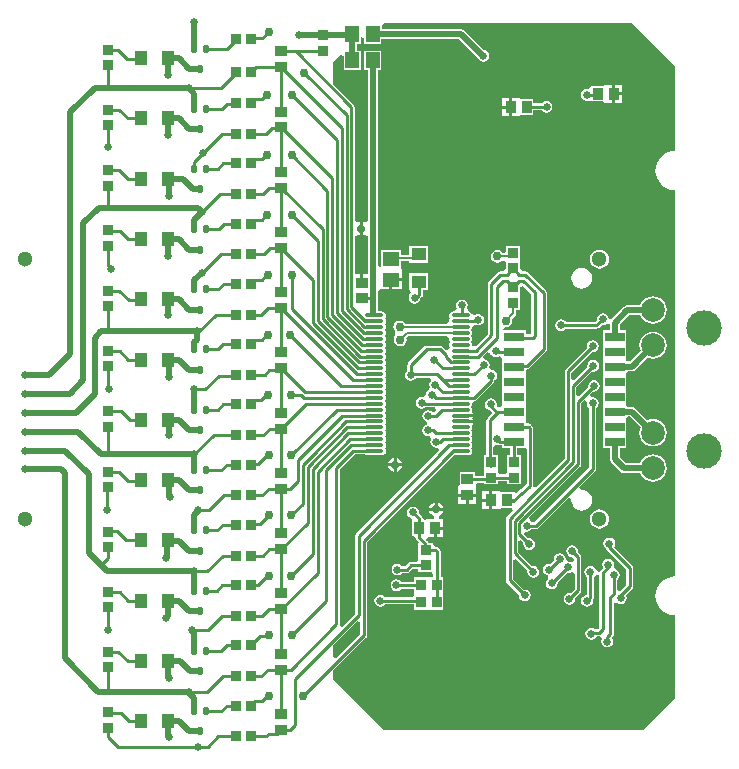
<source format=gtl>
%FSLAX23Y23*%
%MOIN*%
%SFA1B1*%

%IPPOS*%
%AMD17*
4,1,8,0.004900,0.014800,-0.004900,0.014800,-0.009800,0.009800,-0.009800,-0.009800,-0.004900,-0.014800,0.004900,-0.014800,0.009800,-0.009800,0.009800,0.009800,0.004900,0.014800,0.0*
1,1,0.009840,0.004900,0.009800*
1,1,0.009840,-0.004900,0.009800*
1,1,0.009840,-0.004900,-0.009800*
1,1,0.009840,0.004900,-0.009800*
%
%ADD15C,0.010000*%
G04~CAMADD=17~8~0.0~0.0~196.8~295.3~49.2~0.0~15~0.0~0.0~0.0~0.0~0~0.0~0.0~0.0~0.0~0~0.0~0.0~0.0~0.0~196.8~295.3*
%ADD17D17*%
%ADD18R,0.033470X0.037400*%
%ADD19R,0.037400X0.033470*%
%ADD20R,0.045280X0.053150*%
%ADD21R,0.035430X0.039370*%
%ADD22R,0.039370X0.035430*%
%ADD23R,0.053150X0.045280*%
%ADD24R,0.065750X0.029920*%
%ADD25R,0.051180X0.043310*%
%ADD26O,0.062990X0.013390*%
%ADD27R,0.043310X0.051180*%
%ADD43C,0.008000*%
%ADD44C,0.019680*%
%ADD45C,0.051180*%
%ADD46C,0.078740*%
%ADD47C,0.118110*%
%ADD48C,0.027560*%
%ADD49C,0.026810*%
%ADD50C,0.030000*%
%LNbms-1*%
%LPD*%
G36*
X2219Y2498D02*
X2362Y2355D01*
Y2073*
X2349Y2071*
X2337Y2068*
X2325Y2062*
X2315Y2054*
X2307Y2044*
X2301Y2032*
X2298Y2020*
X2296Y2007*
X2298Y1995*
X2301Y1982*
X2307Y1971*
X2315Y1961*
X2325Y1953*
X2337Y1947*
X2349Y1943*
X2362Y1942*
Y655*
X2349Y654*
X2337Y650*
X2325Y644*
X2315Y636*
X2307Y626*
X2301Y615*
X2298Y603*
X2296Y590*
X2298Y577*
X2301Y565*
X2307Y554*
X2315Y544*
X2325Y536*
X2337Y530*
X2349Y526*
X2362Y525*
Y248*
X2257Y143*
X1392*
X1223Y312*
Y342*
X1332Y450*
X1334Y454*
X1335Y458*
Y770*
X1625Y1059*
X1672*
X1677Y1060*
X1681Y1063*
X1684Y1067*
X1685Y1072*
X1684Y1077*
X1681Y1082*
X1684Y1087*
X1685Y1092*
X1684Y1097*
X1681Y1102*
X1684Y1107*
X1685Y1112*
X1684Y1117*
X1681Y1122*
X1684Y1126*
X1685Y1131*
X1684Y1136*
X1681Y1141*
X1684Y1146*
X1685Y1151*
X1684Y1156*
X1684Y1157*
X1684Y1159*
X1688Y1164*
X1688Y1166*
X1647*
Y1176*
X1688*
X1688Y1177*
X1685Y1181*
X1688Y1184*
X1688Y1185*
X1647*
Y1195*
X1688*
X1688Y1197*
X1684Y1202*
X1684Y1205*
X1684Y1205*
X1685Y1210*
X1684Y1215*
X1681Y1220*
X1684Y1225*
X1685Y1230*
X1691Y1238*
X1693Y1239*
X1696Y1239*
X1699Y1242*
X1756Y1299*
X1759Y1302*
X1760Y1307*
Y1308*
X1763Y1310*
X1767Y1317*
X1768Y1324*
X1767Y1332*
X1763Y1338*
X1756Y1343*
X1749Y1344*
X1747Y1346*
X1743Y1353*
X1744Y1359*
X1742Y1366*
X1738Y1373*
X1731Y1377*
X1726Y1378*
X1723Y1385*
X1722Y1388*
X1735Y1401*
X1746Y1398*
X1746Y1397*
X1750Y1391*
X1757Y1387*
X1764Y1385*
X1772Y1387*
X1776Y1389*
X1778Y1389*
X1786Y1383*
Y1375*
Y1335*
Y1333*
Y1325*
Y1323*
Y1285*
Y1283*
Y1275*
Y1273*
Y1235*
Y1233*
Y1225*
X1783Y1220*
X1779Y1218*
X1772Y1218*
X1770Y1220*
X1767Y1224*
X1768Y1228*
X1766Y1235*
X1762Y1242*
X1756Y1246*
X1748Y1248*
X1741Y1246*
X1734Y1242*
X1730Y1235*
X1728Y1228*
X1730Y1220*
X1734Y1214*
X1741Y1210*
X1745Y1209*
X1753Y1200*
X1737Y1184*
X1734Y1180*
X1733Y1176*
Y1058*
X1724*
Y1016*
Y1009*
Y1002*
Y989*
X1696*
Y1002*
X1644*
Y961*
X1640Y952*
Y946*
Y930*
X1670*
X1700*
Y946*
Y952*
X1698Y957*
X1703Y967*
X1724*
Y961*
X1773*
Y973*
X1801*
Y961*
X1850*
Y1002*
Y1009*
Y1016*
Y1058*
X1836*
Y1083*
X1864*
X1867Y1075*
Y961*
X1832Y931*
X1825Y935*
X1784*
X1776Y939*
X1769*
X1753*
Y909*
Y879*
X1769*
X1776*
X1784Y883*
X1817*
X1821Y873*
X1803Y855*
X1800Y851*
X1800Y847*
Y641*
X1800Y637*
X1803Y634*
X1843Y594*
X1842Y591*
X1843Y583*
X1848Y577*
X1854Y572*
X1862Y571*
X1869Y572*
X1876Y577*
X1880Y583*
X1882Y591*
X1880Y598*
X1876Y605*
X1869Y609*
X1862Y610*
X1858Y610*
X1822Y646*
Y708*
X1831Y712*
X1870Y673*
X1869Y670*
X1871Y662*
X1875Y656*
X1881Y652*
X1889Y650*
X1897Y652*
X1903Y656*
X1907Y662*
X1909Y670*
X1907Y677*
X1903Y684*
X1897Y688*
X1889Y690*
X1886Y689*
X1838Y737*
Y771*
X1847Y775*
X1856Y766*
X1856Y763*
X1857Y755*
X1861Y749*
X1868Y744*
X1875Y743*
X1883Y744*
X1889Y749*
X1894Y755*
X1895Y763*
X1894Y770*
X1889Y777*
X1883Y781*
X1875Y782*
X1872Y782*
X1858Y795*
X1863Y804*
X1864Y805*
X1867Y804*
X1875Y805*
X1881Y810*
X1883Y812*
X1898*
X1902Y813*
X1905Y816*
X2007Y917*
X2016Y912*
X2016Y909*
X2017Y900*
X2021Y892*
X2026Y884*
X2033Y879*
X2042Y875*
X2051Y874*
X2060Y875*
X2068Y879*
X2075Y884*
X2081Y892*
X2084Y900*
X2086Y909*
X2084Y918*
X2081Y926*
X2075Y934*
X2068Y939*
X2060Y943*
X2051Y944*
X2047Y943*
X2042Y953*
X2095Y1005*
X2097Y1009*
X2098Y1013*
Y1216*
X2101Y1218*
X2105Y1224*
X2107Y1232*
X2105Y1239*
X2101Y1246*
X2095Y1250*
X2087Y1252*
X2083Y1251*
X2078Y1260*
X2089Y1271*
X2092Y1270*
X2100Y1272*
X2106Y1276*
X2110Y1282*
X2112Y1290*
X2110Y1297*
X2106Y1304*
X2100Y1308*
X2092Y1310*
X2084Y1308*
X2078Y1304*
X2074Y1297*
X2072Y1290*
X2073Y1287*
X2042Y1255*
X2032Y1259*
Y1284*
X2086Y1338*
X2089Y1337*
X2097Y1339*
X2103Y1343*
X2107Y1349*
X2109Y1357*
X2107Y1364*
X2103Y1371*
X2097Y1375*
X2089Y1377*
X2082Y1375*
X2075Y1371*
X2071Y1364*
X2069Y1357*
X2070Y1354*
X2026Y1309*
X2016Y1313*
Y1334*
X2084Y1402*
X2087Y1401*
X2095Y1402*
X2101Y1407*
X2105Y1413*
X2107Y1421*
X2105Y1428*
X2101Y1435*
X2095Y1439*
X2087Y1441*
X2080Y1439*
X2073Y1435*
X2069Y1428*
X2067Y1421*
X2068Y1417*
X1997Y1347*
X1995Y1343*
X1994Y1339*
Y1046*
X1899Y951*
X1899Y951*
X1891Y954*
X1890Y956*
X1890Y956*
Y1148*
X1889Y1152*
X1886Y1156*
X1883Y1159*
X1881Y1162*
X1877Y1164*
X1873Y1165*
X1864Y1167*
Y1173*
Y1175*
Y1183*
Y1185*
Y1223*
Y1225*
Y1233*
Y1235*
Y1273*
Y1275*
Y1283*
Y1285*
Y1323*
Y1325*
Y1333*
Y1336*
X1867Y1345*
X1871Y1346*
X1875Y1349*
X1932Y1406*
X1934Y1410*
X1935Y1414*
Y1599*
X1934Y1603*
X1932Y1607*
X1871Y1668*
X1868Y1670*
X1863Y1671*
X1863*
X1856*
X1846Y1681*
Y1707*
Y1714*
Y1756*
X1797*
Y1737*
X1787Y1734*
X1785Y1736*
X1778Y1741*
X1770Y1742*
X1762Y1741*
X1755Y1736*
X1750Y1729*
X1749Y1721*
X1750Y1713*
X1755Y1706*
X1762Y1701*
X1770Y1700*
X1778Y1701*
X1785Y1706*
X1793Y1705*
X1797Y1702*
Y1681*
X1787Y1671*
X1779*
X1775Y1670*
X1771Y1668*
X1740Y1636*
X1739Y1634*
X1738Y1633*
X1737Y1628*
X1737*
Y1463*
X1698Y1424*
X1688Y1424*
X1685Y1427*
X1684Y1432*
X1681Y1437*
X1684Y1441*
X1685Y1446*
X1684Y1451*
X1681Y1456*
X1684Y1461*
X1685Y1466*
X1684Y1471*
X1681Y1476*
X1684Y1481*
X1685Y1486*
X1693Y1494*
X1694*
X1698Y1492*
X1705Y1491*
X1713Y1492*
X1719Y1496*
X1724Y1503*
X1725Y1510*
X1724Y1518*
X1719Y1524*
X1713Y1529*
X1705Y1530*
X1698Y1529*
X1695Y1527*
X1684Y1530*
X1684Y1530*
X1681Y1534*
X1677Y1537*
X1673Y1538*
X1671Y1541*
X1668Y1548*
X1669Y1550*
X1671Y1558*
X1669Y1565*
X1665Y1572*
X1659Y1576*
X1651Y1577*
X1644Y1576*
X1637Y1572*
X1633Y1565*
X1631Y1558*
X1633Y1550*
X1634Y1548*
X1629Y1538*
X1622*
X1617Y1537*
X1613Y1534*
X1610Y1530*
X1609Y1525*
X1610Y1520*
X1613Y1515*
X1610Y1510*
X1609Y1505*
X1603Y1496*
X1602Y1496*
X1463*
X1460Y1501*
X1453Y1506*
X1444Y1507*
X1436Y1506*
X1429Y1501*
X1425Y1494*
X1423Y1486*
X1425Y1478*
X1429Y1471*
X1430Y1470*
X1430Y1459*
X1426Y1452*
X1424Y1443*
X1426Y1435*
X1430Y1428*
X1437Y1424*
X1445Y1422*
X1454Y1424*
X1461Y1428*
X1465Y1435*
X1467Y1443*
X1466Y1449*
X1472Y1456*
X1602*
X1603Y1455*
X1609Y1446*
X1610Y1441*
X1613Y1437*
X1610Y1432*
X1609Y1427*
X1610Y1422*
X1611Y1420*
X1608Y1412*
X1598Y1409*
X1586Y1421*
X1583Y1423*
X1578Y1424*
X1534*
X1529Y1423*
X1526Y1421*
X1473Y1368*
X1471Y1364*
X1470Y1360*
Y1342*
X1467Y1340*
X1463Y1334*
X1461Y1326*
X1463Y1319*
X1467Y1312*
X1473Y1308*
X1481Y1306*
X1488Y1308*
X1495Y1312*
X1498Y1317*
X1544*
X1547Y1311*
X1548Y1307*
X1544Y1301*
X1543Y1294*
X1544Y1286*
X1543Y1279*
X1537Y1274*
X1532Y1268*
X1531Y1260*
X1531Y1260*
X1529Y1258*
X1522Y1253*
X1518Y1254*
X1510Y1252*
X1504Y1248*
X1499Y1241*
X1498Y1234*
X1499Y1226*
X1504Y1220*
X1510Y1215*
X1518Y1214*
X1525Y1215*
X1530Y1219*
X1562*
X1566Y1209*
X1562Y1203*
X1554Y1203*
X1547Y1207*
X1540Y1209*
X1532Y1207*
X1526Y1203*
X1522Y1197*
X1520Y1189*
X1522Y1181*
X1526Y1175*
X1532Y1171*
X1534Y1170*
Y1160*
X1532Y1160*
X1526Y1156*
X1522Y1149*
X1520Y1142*
X1522Y1134*
X1526Y1128*
X1532Y1123*
X1540Y1122*
X1544Y1123*
X1550Y1114*
X1548Y1110*
X1546Y1103*
X1548Y1095*
X1552Y1089*
X1558Y1085*
X1566Y1083*
X1571Y1084*
X1576Y1078*
X1577Y1076*
X1300Y798*
X1297Y795*
X1296Y790*
X1296*
Y530*
X1251Y485*
X1243Y491*
X1244Y495*
Y1012*
X1294Y1061*
X1329*
X1330Y1060*
X1335Y1059*
X1385*
X1389Y1060*
X1394Y1063*
X1397Y1067*
X1397Y1072*
X1397Y1077*
X1394Y1082*
X1397Y1087*
X1397Y1092*
X1397Y1097*
X1394Y1102*
X1397Y1107*
X1397Y1112*
X1397Y1117*
X1394Y1122*
X1397Y1126*
X1397Y1131*
X1397Y1136*
X1394Y1141*
X1397Y1146*
X1397Y1151*
X1397Y1156*
X1394Y1161*
X1397Y1166*
X1397Y1171*
X1397Y1176*
X1394Y1181*
X1397Y1185*
X1397Y1190*
X1397Y1195*
X1394Y1200*
X1397Y1205*
X1397Y1210*
X1397Y1215*
X1394Y1220*
X1397Y1225*
X1397Y1230*
X1397Y1235*
X1394Y1240*
X1397Y1245*
X1397Y1250*
X1397Y1254*
X1394Y1259*
X1397Y1264*
X1397Y1269*
X1397Y1274*
X1394Y1279*
X1397Y1284*
X1397Y1289*
X1397Y1294*
X1394Y1299*
X1397Y1304*
X1397Y1309*
X1397Y1314*
X1394Y1318*
X1397Y1323*
X1397Y1328*
X1397Y1333*
X1394Y1338*
X1397Y1343*
X1397Y1348*
X1397Y1353*
X1394Y1358*
X1397Y1363*
X1397Y1368*
X1397Y1373*
X1394Y1377*
X1397Y1382*
X1397Y1387*
X1397Y1392*
X1394Y1397*
X1397Y1402*
X1397Y1407*
X1397Y1412*
X1394Y1417*
X1397Y1422*
X1397Y1427*
X1397Y1432*
X1394Y1437*
X1397Y1441*
X1397Y1446*
X1397Y1451*
X1394Y1456*
X1397Y1461*
X1397Y1466*
X1397Y1471*
X1394Y1476*
X1397Y1481*
X1397Y1486*
X1397Y1491*
X1394Y1496*
X1397Y1500*
X1397Y1505*
X1397Y1510*
X1394Y1515*
X1397Y1520*
X1397Y1525*
X1397Y1530*
X1394Y1534*
X1389Y1537*
X1385Y1538*
X1371*
Y1584*
Y1604*
X1378Y1611*
X1381*
X1410*
Y1643*
X1415*
Y1648*
X1451*
Y1675*
Y1676*
X1447Y1684*
Y1686*
Y1706*
X1476*
Y1700*
X1539*
Y1756*
X1476*
Y1726*
X1447*
Y1741*
X1382*
Y1686*
X1381Y1685*
X1375Y1687*
X1371Y1691*
Y2342*
X1383*
Y2407*
X1326*
Y2342*
X1339*
Y1840*
X1329Y1835*
X1326Y1837*
X1321Y1838*
Y1814*
Y1791*
X1326Y1792*
X1329Y1794*
X1339Y1789*
Y1662*
X1322*
Y1634*
X1312*
Y1662*
X1294*
Y1789*
X1304Y1794*
X1307Y1792*
X1311Y1791*
Y1814*
Y1838*
X1307Y1837*
X1304Y1835*
X1294Y1840*
Y2219*
X1293Y2223*
X1291Y2227*
X1223Y2295*
Y2368*
X1248Y2393*
X1257Y2389*
Y2342*
X1315*
Y2407*
X1302*
Y2430*
X1315*
Y2452*
X1316Y2453*
X1326Y2448*
Y2430*
X1383*
Y2446*
X1642*
X1704Y2384*
X1705Y2383*
X1709Y2376*
X1715Y2372*
X1723Y2370*
X1731Y2372*
X1737Y2376*
X1741Y2383*
X1743Y2390*
X1741Y2398*
X1737Y2404*
X1731Y2409*
X1724Y2410*
X1661Y2474*
X1655Y2477*
X1649Y2478*
X1386*
X1384Y2488*
X1392Y2498*
X2219*
G37*
G36*
X1883Y1596D02*
Y1461D01*
X1864*
Y1475*
X1791*
X1790Y1478*
X1796Y1485*
X1797Y1485*
X1805Y1487*
X1812Y1491*
X1817Y1498*
X1818Y1506*
X1817Y1512*
X1829Y1524*
X1831Y1527*
X1832Y1531*
Y1544*
X1846*
Y1589*
Y1595*
Y1619*
X1856Y1623*
X1883Y1596*
G37*
G36*
X1777Y1093D02*
X1786Y1091D01*
Y1083*
X1813*
Y1058*
X1801*
Y1016*
Y1009*
Y1002*
X1794Y995*
X1780*
X1773Y1002*
Y1009*
Y1016*
Y1058*
X1756*
Y1086*
X1766Y1093*
X1769Y1092*
X1775Y1093*
X1777Y1093*
G37*
G36*
X2068Y1236D02*
X2067Y1232D01*
X2069Y1224*
X2073Y1218*
X2076Y1216*
Y1018*
X1893Y835*
X1883*
X1881Y838*
X1879Y839*
X1876Y851*
X2045Y1020*
X2047Y1024*
X2048Y1028*
Y1230*
X2059Y1241*
X2068Y1236*
G37*
G36*
X1312Y501D02*
Y463D01*
X1232Y383*
X1223Y386*
Y425*
X1303Y505*
X1312Y501*
G37*
%LNbms-2*%
%LPC*%
G36*
X2130Y2293D02*
X2122Y2289D01*
X2081*
Y2285*
X2071Y2278*
X2067Y2279*
X2060Y2278*
X2053Y2273*
X2049Y2267*
X2048Y2259*
X2049Y2252*
X2053Y2245*
X2060Y2241*
X2067Y2240*
X2071Y2240*
X2081Y2238*
Y2238*
X2122*
X2130Y2234*
X2137Y2234*
X2153*
Y2263*
Y2293*
X2130*
G37*
G36*
X2163D02*
Y2268D01*
X2186*
Y2293*
X2163*
G37*
G36*
X2186Y2258D02*
X2163D01*
Y2234*
X2186*
Y2258*
G37*
G36*
X1809Y2249D02*
X1786D01*
Y2224*
X1809*
Y2249*
G37*
G36*
X1841D02*
X1835D01*
X1819*
Y2219*
Y2189*
X1835*
X1841*
X1850Y2193*
X1890*
Y2209*
X1918*
X1920Y2206*
X1926Y2202*
X1934Y2200*
X1941Y2202*
X1948Y2206*
X1952Y2212*
X1953Y2220*
X1952Y2228*
X1948Y2234*
X1941Y2238*
X1934Y2240*
X1926Y2238*
X1920Y2234*
X1918Y2231*
X1890*
Y2245*
X1850*
X1841Y2249*
G37*
G36*
X1809Y2214D02*
X1786D01*
Y2189*
X1809*
Y2214*
G37*
G36*
X2110Y1744D02*
X2101Y1743D01*
X2094Y1740*
X2087Y1735*
X2082Y1728*
X2079Y1720*
X2078Y1712*
X2079Y1704*
X2082Y1696*
X2087Y1690*
X2094Y1685*
X2101Y1681*
X2110Y1680*
X2118Y1681*
X2126Y1685*
X2132Y1690*
X2137Y1696*
X2141Y1704*
X2142Y1712*
X2141Y1720*
X2137Y1728*
X2132Y1735*
X2126Y1740*
X2118Y1743*
X2110Y1744*
G37*
G36*
X2051Y1684D02*
X2042Y1683D01*
X2033Y1679*
X2026Y1674*
X2021Y1667*
X2017Y1658*
X2016Y1649*
X2017Y1640*
X2021Y1632*
X2026Y1624*
X2033Y1619*
X2042Y1615*
X2051Y1614*
X2060Y1615*
X2068Y1619*
X2075Y1624*
X2081Y1632*
X2084Y1640*
X2086Y1649*
X2084Y1658*
X2081Y1667*
X2075Y1674*
X2068Y1679*
X2060Y1683*
X2051Y1684*
G37*
G36*
X1451Y1638D02*
X1420D01*
Y1611*
X1451*
Y1638*
G37*
G36*
X1539Y1665D02*
X1476D01*
Y1610*
X1479*
X1482Y1600*
X1480Y1598*
X1476Y1592*
X1474Y1584*
X1476Y1576*
X1480Y1570*
X1486Y1566*
X1494Y1564*
X1502Y1566*
X1508Y1570*
X1512Y1576*
X1513Y1581*
X1518Y1586*
X1521Y1590*
X1522Y1594*
Y1610*
X1539*
Y1665*
G37*
G36*
X2288Y1589D02*
X2277Y1587D01*
X2266Y1582*
X2256Y1575*
X2249Y1566*
X2246Y1559*
X2203*
X2197Y1558*
X2192Y1554*
X2150Y1512*
X2149Y1512*
X2146Y1513*
X2140Y1515*
X2139Y1520*
X2135Y1526*
X2128Y1530*
X2121Y1532*
X2113Y1530*
X2107Y1526*
X2102Y1520*
X2101Y1512*
X2101Y1510*
X2094Y1503*
X1999*
X1997Y1506*
X1990Y1510*
X1983Y1511*
X1975Y1510*
X1969Y1506*
X1964Y1499*
X1963Y1492*
X1964Y1484*
X1969Y1478*
X1975Y1473*
X1983Y1472*
X1990Y1473*
X1997Y1478*
X1999Y1480*
X2100*
X2104Y1481*
X2108Y1484*
X2117Y1493*
X2121Y1492*
X2128Y1494*
X2135Y1498*
X2144Y1495*
Y1475*
X2122*
Y1435*
Y1433*
Y1425*
Y1423*
Y1385*
Y1383*
Y1375*
Y1373*
Y1335*
Y1333*
Y1325*
Y1323*
Y1285*
Y1283*
Y1275*
Y1273*
Y1235*
Y1233*
Y1225*
Y1223*
Y1185*
Y1183*
Y1175*
Y1173*
Y1135*
Y1133*
Y1125*
Y1123*
Y1083*
X2144*
Y1047*
X2146Y1041*
X2149Y1036*
X2181Y1004*
X2186Y1000*
X2192Y999*
X2246*
X2249Y992*
X2256Y983*
X2266Y976*
X2277Y971*
X2288Y969*
X2300Y971*
X2311Y976*
X2321Y983*
X2328Y992*
X2333Y1003*
X2334Y1015*
X2333Y1027*
X2328Y1038*
X2321Y1048*
X2311Y1055*
X2300Y1059*
X2288Y1061*
X2277Y1059*
X2266Y1055*
X2256Y1048*
X2249Y1038*
X2246Y1031*
X2199*
X2177Y1054*
Y1083*
X2199*
Y1123*
Y1125*
Y1133*
Y1135*
Y1173*
Y1175*
Y1183*
X2208Y1188*
X2211*
X2247Y1152*
X2244Y1145*
X2243Y1133*
X2244Y1122*
X2249Y1110*
X2256Y1101*
X2266Y1094*
X2277Y1089*
X2288Y1088*
X2300Y1089*
X2311Y1094*
X2321Y1101*
X2328Y1110*
X2333Y1122*
X2334Y1133*
X2333Y1145*
X2328Y1156*
X2321Y1166*
X2311Y1173*
X2300Y1178*
X2288Y1179*
X2277Y1178*
X2270Y1175*
X2229Y1215*
X2224Y1219*
X2218Y1220*
X2204*
X2199Y1225*
Y1233*
Y1235*
Y1273*
Y1275*
Y1283*
Y1285*
Y1323*
Y1325*
Y1333*
X2208Y1338*
X2218*
X2224Y1339*
X2229Y1343*
X2270Y1383*
X2277Y1381*
X2288Y1379*
X2300Y1381*
X2311Y1385*
X2321Y1392*
X2328Y1402*
X2333Y1413*
X2334Y1425*
X2333Y1437*
X2328Y1448*
X2321Y1457*
X2311Y1464*
X2300Y1469*
X2288Y1470*
X2277Y1469*
X2266Y1464*
X2256Y1457*
X2249Y1448*
X2244Y1437*
X2243Y1425*
X2244Y1413*
X2247Y1406*
X2213Y1372*
X2202*
X2199Y1375*
Y1383*
Y1385*
Y1423*
Y1425*
Y1433*
Y1435*
Y1475*
X2177*
Y1493*
X2210Y1527*
X2246*
X2249Y1520*
X2256Y1510*
X2266Y1503*
X2277Y1499*
X2288Y1497*
X2300Y1499*
X2311Y1503*
X2321Y1510*
X2328Y1520*
X2333Y1531*
X2334Y1543*
X2333Y1555*
X2328Y1566*
X2321Y1575*
X2311Y1582*
X2300Y1587*
X2288Y1589*
G37*
G36*
X1434Y1050D02*
Y1032D01*
X1452*
X1451Y1036*
X1446Y1044*
X1438Y1049*
X1434Y1050*
G37*
G36*
X1424D02*
X1419Y1049D01*
X1412Y1044*
X1406Y1036*
X1406Y1032*
X1424*
Y1050*
G37*
G36*
X1452Y1022D02*
X1434D01*
Y1004*
X1438Y1005*
X1446Y1010*
X1451Y1018*
X1452Y1022*
G37*
G36*
X1424D02*
X1406D01*
X1406Y1018*
X1412Y1010*
X1419Y1005*
X1424Y1004*
Y1022*
G37*
G36*
X1743Y939D02*
X1720D01*
Y914*
X1743*
Y939*
G37*
G36*
X1700Y920D02*
X1675D01*
Y897*
X1700*
Y920*
G37*
G36*
X1665D02*
X1640D01*
Y897*
X1665*
Y920*
G37*
G36*
X1571Y901D02*
Y883D01*
X1589*
X1588Y887*
X1583Y895*
X1575Y900*
X1571Y901*
G37*
G36*
X1561D02*
X1557Y900D01*
X1549Y895*
X1543Y887*
X1543Y883*
X1561*
Y901*
G37*
G36*
X1743Y904D02*
X1720D01*
Y879*
X1743*
Y904*
G37*
G36*
X2110Y878D02*
X2101Y877D01*
X2094Y874*
X2087Y868*
X2082Y862*
X2079Y854*
X2078Y846*
X2079Y838*
X2082Y830*
X2087Y823*
X2094Y818*
X2101Y815*
X2110Y814*
X2118Y815*
X2126Y818*
X2132Y823*
X2137Y830*
X2141Y838*
X2142Y846*
X2141Y854*
X2137Y862*
X2132Y868*
X2126Y874*
X2118Y877*
X2110Y878*
G37*
G36*
X1590Y810D02*
X1568D01*
Y786*
X1590*
Y810*
G37*
G36*
X1489Y887D02*
X1481Y886D01*
X1475Y882*
X1470Y875*
X1469Y868*
X1470Y860*
X1475Y854*
X1481Y849*
X1481Y849*
X1486Y841*
Y790*
X1491*
X1498Y784*
X1499Y779*
X1502Y776*
X1508Y769*
X1506Y765*
Y724*
Y717*
Y710*
X1499Y703*
X1481*
X1477Y702*
X1473Y699*
X1462Y689*
X1452*
X1450Y691*
X1444Y696*
X1436Y697*
X1429Y696*
X1422Y691*
X1418Y685*
X1417Y677*
X1418Y670*
X1422Y663*
X1429Y659*
X1436Y658*
X1444Y659*
X1450Y663*
X1452Y666*
X1467*
X1471Y667*
X1475Y670*
X1486Y680*
X1506*
Y669*
X1551*
X1556Y659*
X1555Y655*
X1552Y652*
X1541*
X1534*
X1493*
Y637*
X1449*
X1447Y639*
X1441Y644*
X1433Y645*
X1426Y644*
X1419Y639*
X1415Y633*
X1414Y625*
X1415Y618*
X1419Y611*
X1426Y607*
X1433Y606*
X1441Y607*
X1447Y611*
X1449Y614*
X1493*
Y603*
Y603*
Y593*
X1489Y585*
X1395*
X1393Y587*
X1387Y592*
X1379Y593*
X1372Y592*
X1365Y587*
X1361Y581*
X1360Y573*
X1361Y566*
X1365Y559*
X1372Y555*
X1379Y554*
X1387Y555*
X1393Y559*
X1395Y562*
X1493*
Y544*
X1534*
X1541*
X1548*
X1590*
Y593*
Y603*
Y652*
X1581*
Y737*
X1580Y741*
X1578Y745*
X1572Y751*
X1568Y753*
X1564Y754*
X1556Y758*
Y765*
X1548*
X1538Y766*
X1537Y771*
X1535Y774*
X1532Y777*
X1537Y786*
X1542*
X1558*
Y815*
X1563*
Y820*
X1590*
Y845*
X1575*
X1574Y855*
X1575Y855*
X1583Y861*
X1588Y869*
X1589Y873*
X1543*
X1543Y869*
X1549Y861*
X1557Y855*
X1558Y855*
X1557Y845*
X1535*
X1529Y842*
X1521Y848*
X1520Y851*
X1517Y855*
X1508Y864*
X1508Y868*
X1507Y875*
X1503Y882*
X1496Y886*
X1489Y887*
G37*
G36*
X2019Y758D02*
X2012Y757D01*
X2005Y753*
X2001Y746*
X1999Y739*
X2001Y731*
X2005Y725*
X2012Y720*
X2019Y719*
X2024Y714*
X2025Y712*
X2024Y707*
X2014Y702*
X2013Y703*
X2005Y704*
X2005Y704*
X1997Y712*
X1997Y713*
X1995Y720*
X1991Y726*
X1984Y730*
X1977Y732*
X1969Y730*
X1963Y726*
X1959Y720*
X1957Y712*
X1958Y709*
X1945Y696*
X1942Y696*
X1934Y695*
X1928Y691*
X1923Y684*
X1922Y677*
X1923Y669*
X1928Y663*
X1934Y658*
X1938Y658*
X1940Y647*
X1937Y645*
X1933Y639*
X1932Y631*
X1933Y624*
X1937Y617*
X1944Y613*
X1951Y612*
X1959Y613*
X1965Y617*
X1970Y624*
X1971Y631*
X1971Y634*
X2002Y665*
X2005Y665*
X2013Y666*
X2017Y669*
X2026Y665*
X2027Y664*
Y612*
X2014Y599*
X2010Y600*
X2003Y598*
X1996Y594*
X1992Y588*
X1991Y580*
X1992Y573*
X1996Y566*
X2003Y562*
X2010Y560*
X2018Y562*
X2024Y566*
X2029Y573*
X2030Y580*
X2029Y583*
X2046Y600*
X2048Y603*
X2049Y608*
Y720*
X2048Y724*
X2046Y728*
X2038Y735*
X2039Y739*
X2037Y746*
X2033Y753*
X2027Y757*
X2019Y758*
G37*
G36*
X2143Y784D02*
X2136Y783D01*
X2129Y778*
X2125Y772*
X2123Y764*
X2125Y757*
X2129Y750*
X2133Y748*
X2133Y747*
X2135Y744*
X2200Y679*
Y626*
X2179Y605*
X2169Y610*
Y644*
X2172Y646*
X2176Y652*
X2178Y660*
X2176Y668*
X2172Y674*
X2166Y678*
X2164Y679*
X2158Y686*
X2158Y689*
X2159Y694*
X2158Y702*
X2153Y708*
X2147Y713*
X2139Y714*
X2132Y713*
X2125Y708*
X2121Y702*
X2119Y694*
X2121Y687*
X2123Y684*
X2113Y674*
X2113Y674*
X2112Y673*
X2111Y672*
X2108Y670*
X2099Y675*
X2099Y675*
X2098Y677*
X2094Y684*
X2088Y688*
X2080Y690*
X2073Y688*
X2066Y684*
X2062Y677*
X2060Y670*
X2062Y662*
X2066Y656*
X2069Y654*
Y594*
X2068Y593*
X2061Y592*
X2054Y587*
X2050Y581*
X2049Y573*
X2050Y566*
X2054Y559*
X2061Y555*
X2068Y554*
X2076Y555*
X2082Y559*
X2087Y566*
X2088Y573*
X2088Y577*
X2088Y577*
X2091Y581*
X2091Y585*
Y654*
X2094Y656*
X2097Y660*
X2098Y662*
X2099Y662*
X2099Y663*
X2109Y659*
Y482*
X2104Y478*
X2096*
X2091Y481*
X2083Y483*
X2076Y481*
X2069Y477*
X2065Y471*
X2063Y463*
X2065Y456*
X2069Y449*
X2076Y445*
X2083Y443*
X2091Y445*
X2097Y449*
X2101Y455*
X2109*
X2109*
X2112Y456*
X2115Y453*
X2119Y448*
X2117Y445*
X2116Y437*
X2117Y430*
X2121Y424*
X2128Y419*
X2135Y418*
X2143Y419*
X2149Y424*
X2154Y430*
X2155Y437*
X2154Y445*
X2153Y446*
X2154Y455*
X2157Y459*
X2157Y463*
Y565*
X2167Y569*
X2168Y568*
X2174Y564*
X2182Y562*
X2189Y564*
X2196Y568*
X2200Y575*
X2201Y582*
X2200Y590*
X2198Y593*
X2219Y614*
X2221Y617*
X2222Y622*
Y684*
X2221Y688*
X2219Y692*
X2158Y752*
X2161Y757*
X2163Y764*
X2161Y772*
X2157Y778*
X2151Y783*
X2143Y784*
G37*
%LNbms-3*%
%LPD*%
G54D15*
X899Y2444D02*
Y2446D01*
X870Y2414D02*
X899Y2444D01*
X798Y2414D02*
X870D01*
X949Y2335D02*
Y2337D01*
X964Y2352*
X1047*
X741Y2284D02*
X849D01*
X898Y2333*
Y2335*
X1756Y978D02*
X1762Y984D01*
X1670Y978D02*
X1756D01*
X1762Y984D02*
X1768D01*
Y984D02*
X1825D01*
X1768Y984D02*
Y984D01*
X1822Y907D02*
X1878Y956D01*
X1818Y908D02*
X1822Y907D01*
X1801Y909D02*
X1818Y908D01*
X1878Y956D02*
Y1148D01*
X1876Y1151D02*
X1878Y1148D01*
X1873Y1154D02*
X1876Y1151D01*
X2037Y1028D02*
Y1235D01*
X1843Y834D02*
X2037Y1028D01*
X1825Y1154D02*
X1873D01*
X2021Y1035D02*
Y1289D01*
X1827Y840D02*
X2021Y1035D01*
X1880Y917D02*
D01*
X2005Y1041D02*
Y1339D01*
X1880Y917D02*
X2005Y1041D01*
X1898Y824D02*
X2087Y1013D01*
Y1232*
X1867Y824D02*
X1898D01*
X1745Y1176D02*
X1769Y1200D01*
X1745Y1027D02*
Y1176D01*
Y1027D02*
X1749Y1023D01*
X2037Y1235D02*
X2092Y1290D01*
X2021Y1289D02*
X2089Y1357D01*
X1827Y732D02*
Y840D01*
Y732D02*
X1889Y670D01*
X1518Y1234D02*
X1522D01*
X1526Y1230*
X1647*
X2005Y1339D02*
X2087Y1421D01*
X1811Y847D02*
X1880Y917D01*
X1811Y641D02*
Y847D01*
Y641D02*
X1862Y591D01*
X1646Y1368D02*
X1647Y1368D01*
X1616Y1368D02*
X1646D01*
X1597Y1387D02*
X1616Y1368D01*
X1597Y1387D02*
Y1394D01*
X1578Y1413D02*
X1597Y1394D01*
X1534Y1413D02*
X1578D01*
X1481Y1360D02*
X1534Y1413D01*
X1481Y1326D02*
Y1360D01*
X1647Y1328D02*
X1693D01*
X1724Y1359*
X1647Y1505D02*
X1696D01*
X1701Y1510*
X1705*
X1647Y1525D02*
X1650D01*
X1651Y1527*
Y1558*
X1777Y1104D02*
X1825D01*
X1769Y1112D02*
X1777Y1104D01*
X1769Y1200D02*
X1773Y1204D01*
X1748Y1221D02*
X1769Y1200D01*
X1748Y1221D02*
Y1228D01*
X1773Y1204D02*
X1825D01*
Y1036D02*
Y1104D01*
Y1036D02*
X1825Y1035D01*
X854Y322D02*
X899D01*
X802Y270D02*
X854Y322D01*
X742Y270D02*
X802D01*
X950Y1527D02*
X982D01*
X1004Y1549*
X1047*
X950Y1728D02*
X991D01*
X1012Y1750*
X1047*
X950Y1929D02*
X988D01*
X1010Y1950*
X1047*
X1046Y2150D02*
X1047Y2151D01*
X1018Y2150D02*
X1046D01*
X998Y2129D02*
X1018Y2150D01*
X950Y2129D02*
X998D01*
X1867Y2219D02*
X1868Y2220D01*
X1934*
X2101Y2259D02*
X2105Y2263D01*
X2067Y2259D02*
X2101D01*
X1765Y1404D02*
X1825D01*
X1764Y1405D02*
X1765Y1404D01*
X1855Y1640D02*
X1894Y1601D01*
Y1456D02*
Y1601D01*
X1829Y1450D02*
X1888D01*
X1894Y1456*
X1825Y1454D02*
X1829Y1450D01*
X1835Y1634D02*
X1841Y1640D01*
X1835Y1629D02*
Y1634D01*
X1841Y1640D02*
X1855D01*
X1863Y1660D02*
X1924Y1599D01*
X1867Y1357D02*
X1924Y1414D01*
Y1599*
X1827Y1357D02*
X1867D01*
X1825Y1354D02*
X1827Y1357D01*
X1560Y1375D02*
X1587Y1348D01*
X1560Y1375D02*
Y1376D01*
X1587Y1348D02*
X1647D01*
X1317Y1581D02*
X1352D01*
X1355Y1584*
X1494D02*
X1500D01*
X1510Y1594*
Y1626*
X1481Y1326D02*
X1483Y1328D01*
X1588Y1309D02*
X1607Y1290D01*
X1568Y1328D02*
X1588Y1309D01*
X1647*
X1483Y1328D02*
X1568D01*
X1646Y1290D02*
X1647Y1289D01*
X1607Y1290D02*
X1646D01*
X1587Y1269D02*
X1647D01*
X1563Y1294D02*
X1587Y1269D01*
X1566Y1250D02*
X1647D01*
X1555Y1260D02*
X1566Y1250D01*
X1551Y1260D02*
X1555D01*
X1566Y1103D02*
X1578D01*
X1587Y1112*
X1647*
X1308Y790D02*
X1609Y1091D01*
X1308Y525D02*
Y790D01*
X1540Y1142D02*
X1556D01*
X1566Y1131*
X1647*
X1540Y1189D02*
X1566D01*
X1586Y1209D02*
X1646D01*
X1566Y1189D02*
X1586Y1209D01*
X1646D02*
X1647Y1210D01*
X1622Y1072D02*
X1647D01*
X1324Y774D02*
X1622Y1072D01*
X1609Y1091D02*
X1646D01*
X1647Y1092*
X1095Y312D02*
X1308Y525D01*
X1079Y143D02*
X1095Y159D01*
Y312*
X1047Y143D02*
X1079D01*
X1121Y255D02*
D01*
X1324Y458D02*
Y774D01*
X1121Y255D02*
X1324Y458D01*
X1567Y569D02*
Y627D01*
X1531Y743D02*
X1564D01*
X1567Y627D02*
X1570Y631D01*
Y737*
X1564Y743D02*
X1570Y737D01*
X1527Y747D02*
X1531Y743D01*
X1527Y747D02*
Y766D01*
X1509Y784D02*
X1527Y766D01*
X1509Y784D02*
Y815D01*
Y847*
X1489Y868D02*
X1509Y847D01*
X1511Y573D02*
X1516Y569D01*
X1379Y573D02*
X1511D01*
X1514Y625D02*
X1516Y627D01*
X1433Y625D02*
X1514D01*
X1481Y691D02*
X1531D01*
X1436Y677D02*
X1467D01*
X1481Y691*
X1983Y1492D02*
X2100D01*
X2121Y1512*
X1691Y1250D02*
X1749Y1307D01*
Y1324*
X1647Y1250D02*
X1691D01*
X1843Y795D02*
X1875Y763D01*
X1843Y795D02*
Y834D01*
X2182Y592D02*
X2211Y622D01*
X2182Y582D02*
Y592D01*
X2146Y463D02*
Y585D01*
X2135Y452D02*
X2146Y463D01*
X2158Y596D02*
Y660D01*
X2146Y585D02*
X2158Y596D01*
X2139Y685D02*
Y694D01*
X2121Y666D02*
X2139Y685D01*
X2121Y478D02*
Y666D01*
X2143Y752D02*
Y764D01*
Y752D02*
X2211Y684D01*
Y622D02*
Y684D01*
X2080Y585D02*
Y670D01*
X2068Y573D02*
X2080Y585D01*
X2109Y466D02*
X2121Y478D01*
X2086Y466D02*
X2109D01*
X2083Y463D02*
X2086Y466D01*
X2135Y437D02*
Y452D01*
X1951Y631D02*
X1952D01*
X2005Y685*
X2019Y739D02*
X2038Y720D01*
Y608D02*
Y720D01*
X2010Y580D02*
X2038Y608D01*
X1942Y677D02*
Y677D01*
X1977Y712*
X1097Y2405D02*
X1185D01*
X1047D02*
X1097D01*
X1185D02*
X1187Y2407D01*
X1110Y2460D02*
X1112Y2458D01*
X950Y627D02*
X972D01*
X1155Y730D02*
Y968D01*
X1171Y667D02*
Y961D01*
X1049Y545D02*
X1171Y667D01*
X1198Y572D02*
Y966D01*
X1086Y460D02*
X1198Y572D01*
X1289Y1072D02*
X1360D01*
X1233Y1016D02*
X1289Y1072D01*
X1233Y495D02*
Y1016D01*
X1082Y344D02*
X1233Y495D01*
X1282Y1092D02*
X1324D01*
X1198Y1008D02*
X1282Y1092D01*
X1278Y1112D02*
X1332D01*
X1273Y1131D02*
X1332D01*
X1198Y966D02*
Y1008D01*
X1324Y1092D02*
X1332D01*
X1171Y1004D02*
X1278Y1112D01*
X1171Y961D02*
Y1004D01*
X1155Y1014D02*
X1273Y1131D01*
X1155Y968D02*
Y1014D01*
X1137Y1020D02*
X1268Y1151D01*
X1137Y983D02*
Y1020D01*
X1268Y1151D02*
X1332D01*
X950Y828D02*
X978D01*
X1265Y1171D02*
X1302D01*
X1151Y1057D02*
X1265Y1171D01*
X1251Y1190D02*
X1332D01*
X1234Y1210D02*
X1332D01*
X1121Y1027D02*
X1151Y1057D01*
X1121Y896D02*
Y1027D01*
X1137Y833D02*
Y983D01*
X1105Y1044D02*
X1251Y1190D01*
X1105Y972D02*
Y1044D01*
X1079Y946D02*
X1105Y972D01*
X1082Y858D02*
X1121Y896D01*
X1049Y746D02*
X1137Y833D01*
X1082Y657D02*
X1155Y730D01*
X1047Y946D02*
X1079D01*
X1047Y344D02*
X1082D01*
X1047Y196D02*
Y344D01*
X998Y122D02*
X1007Y130D01*
X1034*
X1047Y143*
X950Y122D02*
X998D01*
X1004Y344D02*
X1047D01*
X982Y322D02*
X1004Y344D01*
X950Y322D02*
X982D01*
X985Y523D02*
X1007Y545D01*
X950Y523D02*
X985D01*
X1007Y545D02*
X1047D01*
X987Y724D02*
X1008Y746D01*
X950Y724D02*
X987D01*
X1008Y746D02*
X1047D01*
X985Y925D02*
X1007Y946D01*
X950Y925D02*
X985D01*
X1007Y946D02*
X1047D01*
X950Y1125D02*
X989D01*
X1011Y1147*
X1047*
X1009Y1341D02*
X1041D01*
X1047Y1348*
X994Y1326D02*
X1009Y1341D01*
X950Y1326D02*
X994D01*
X471Y477D02*
X472Y478D01*
Y552*
X469Y1061D02*
X472Y1064D01*
Y1154*
X470Y875D02*
Y951D01*
X472Y953*
Y1281D02*
X474Y1279D01*
X472Y1281D02*
Y1355D01*
Y1472D02*
Y1556D01*
Y1688D02*
X481Y1680D01*
X472Y1688D02*
Y1756D01*
X469Y2284D02*
X472Y2287D01*
Y2359*
Y2087D02*
Y2158D01*
X471Y2087D02*
X472D01*
X469Y1884D02*
X472Y1887D01*
Y1957*
X846Y1929D02*
X903D01*
X848Y1729D02*
X901D01*
X831Y1527D02*
X900D01*
X768Y1472D02*
X776D01*
X831Y1527*
X448Y693D02*
X472Y717D01*
Y752*
X789Y2066D02*
X852Y2129D01*
X759Y2036D02*
X789Y2066D01*
X786Y1869D02*
X846Y1929D01*
X786Y1667D02*
X848Y1729D01*
X842Y1324D02*
X901D01*
X795Y1278D02*
X842Y1324D01*
X759Y1278D02*
X795D01*
X759Y1012D02*
X760Y1010D01*
X824Y1125D02*
X899D01*
X759Y1061D02*
X824Y1125D01*
X772Y875D02*
X810D01*
X860Y925*
X899*
X759Y671D02*
X802D01*
X855Y724*
X899*
X804Y475D02*
X852Y523D01*
X899*
X753Y475D02*
X804D01*
X471Y270D02*
X472Y272D01*
Y351*
X839Y122D02*
X899D01*
X805Y87D02*
X839Y122D01*
X772Y87D02*
X805D01*
X504D02*
X772D01*
X472Y118D02*
X504Y87D01*
X472Y118D02*
Y150D01*
X536Y2380D02*
X581D01*
X506Y2410D02*
X536Y2380D01*
X472Y2410D02*
X506D01*
X469Y2209D02*
X510D01*
X539Y2181*
X581*
X852Y2129D02*
X899D01*
X759Y2013D02*
Y2036D01*
X538Y1978D02*
X580D01*
X507Y2008D02*
X538Y1978D01*
X472Y2008D02*
X507D01*
X471Y1806D02*
X511D01*
X538Y1779*
X581*
X759Y1611D02*
X760Y1613D01*
X541Y1575D02*
X582D01*
X509Y1607D02*
X541Y1575D01*
X472Y1607D02*
X509D01*
X474Y1405D02*
X511D01*
X539Y1377*
X581*
X539Y1182D02*
X544Y1177D01*
X539Y1182D02*
X539D01*
X544Y1177D02*
X580D01*
X515Y1205D02*
X539Y1182D01*
X472Y1205D02*
X515D01*
X540Y974D02*
X582D01*
X509Y1004D02*
X540Y974D01*
X472Y1004D02*
X509D01*
X472Y804D02*
X473Y805D01*
X501*
X531Y775*
X581*
X540Y574D02*
X581D01*
X511Y603D02*
X540Y574D01*
X472Y603D02*
X511D01*
X537Y372D02*
X581D01*
X506Y402D02*
X537Y372D01*
X472Y402D02*
X506D01*
X778Y138D02*
X778Y137D01*
X471Y200D02*
X515D01*
X543Y173*
X581*
X796Y209D02*
X799Y206D01*
X849D02*
X867Y224D01*
X799Y206D02*
X849D01*
X867Y224D02*
X899D01*
X798Y407D02*
X849D01*
X797D02*
X798D01*
X849D02*
X867Y425D01*
X797Y407D02*
X797Y407D01*
X867Y425D02*
X899D01*
X852Y625D02*
X899D01*
X835Y607D02*
X852Y625D01*
X798Y607D02*
X835D01*
X836Y808D02*
X854Y826D01*
X801Y808D02*
X836D01*
X801Y808D02*
X801Y808D01*
X854Y826D02*
X899D01*
X799Y1007D02*
X800Y1009D01*
X849D02*
X867Y1027D01*
X800Y1009D02*
X849D01*
X867Y1027D02*
X899D01*
X798Y1209D02*
X798Y1210D01*
X838D02*
X856Y1228D01*
X798Y1210D02*
X838D01*
X856Y1228D02*
X899D01*
X838Y1411D02*
X856Y1429D01*
X803Y1411D02*
X838D01*
X803Y1411D02*
X803Y1411D01*
X803Y1411D02*
Y1412D01*
X856Y1429D02*
X899D01*
X840Y1611D02*
X858Y1629D01*
X800Y1611D02*
X840D01*
X800Y1612D02*
X800Y1611D01*
X858Y1629D02*
X899D01*
X858Y1829D02*
X903D01*
X841Y1812D02*
X858Y1829D01*
X798Y1812D02*
X841D01*
X838Y2013D02*
X856Y2031D01*
X800Y2013D02*
X838D01*
X800Y2012D02*
X800Y2013D01*
X856Y2031D02*
X899D01*
X759Y2012D02*
Y2013D01*
X758Y2011D02*
X759Y2012D01*
X867Y2230D02*
X899D01*
X851Y2214D02*
X867Y2230D01*
X798Y2214D02*
X851D01*
X899Y2230D02*
Y2232D01*
X950Y2448D02*
X986D01*
X1008Y2469*
X1097Y2405D02*
X1283Y2219D01*
X1302Y1171D02*
X1332D01*
X950Y1029D02*
X972D01*
X1002Y1059*
X978Y828D02*
X1007Y858D01*
X972Y627D02*
X1002Y657D01*
X1821Y1682D02*
X1823D01*
X1819D02*
X1821D01*
Y1618D02*
X1823D01*
X1819D02*
X1821D01*
X1329Y1506D02*
X1359D01*
X1283Y1552D02*
X1329Y1506D01*
X1283Y1552D02*
Y2219D01*
X1326Y1486D02*
X1359D01*
X1267Y1545D02*
X1326Y1486D01*
X1267Y1545D02*
Y2193D01*
X1324Y1466D02*
X1332D01*
X1251Y1539D02*
X1324Y1466D01*
X1251Y1539D02*
Y2150D01*
X1321Y1446D02*
X1332D01*
X1235Y1532D02*
X1321Y1446D01*
X1235Y1532D02*
Y2109D01*
X1318Y1427D02*
X1332D01*
X1219Y1525D02*
X1318Y1427D01*
X1219Y1525D02*
Y1981D01*
X1315Y1407D02*
X1332D01*
X1203Y1519D02*
X1315Y1407D01*
X1203Y1519D02*
Y1940D01*
X1312Y1387D02*
X1332D01*
X1187Y1512D02*
X1312Y1387D01*
X1187Y1512D02*
Y1812D01*
X1309Y1368D02*
X1332D01*
X1171Y1506D02*
X1309Y1368D01*
X1171Y1506D02*
Y1771D01*
X1306Y1348D02*
X1332D01*
X1155Y1499D02*
X1306Y1348D01*
X1155Y1499D02*
Y1644D01*
X1303Y1328D02*
X1332D01*
X1084Y1547D02*
X1303Y1328D01*
X1084Y1547D02*
Y1659D01*
X1049Y1750D02*
X1155Y1644D01*
X1779Y1660D02*
X1802D01*
X1004Y456D02*
X1007Y460D01*
X1002Y1059D02*
X1007D01*
X1000Y1259D02*
X1005D01*
X982Y1242D02*
X1000Y1259D01*
X1002Y255D02*
X1007D01*
X984Y238D02*
X1002Y255D01*
X962Y238D02*
X984D01*
X1788Y1640D02*
X1802D01*
X1808Y1670D02*
X1819Y1682D01*
X1808Y1665D02*
Y1670D01*
X1000Y1458D02*
X1005D01*
X984Y1442D02*
X1000Y1458D01*
X962Y1442D02*
X984D01*
X1000Y1659D02*
X1005D01*
X984Y1643D02*
X1000Y1659D01*
X962Y1643D02*
X984D01*
X998Y1858D02*
X1003D01*
X984Y1844D02*
X998Y1858D01*
X962Y1844D02*
X984D01*
X998Y2059D02*
X1003D01*
X984Y2045D02*
X998Y2059D01*
X962Y2045D02*
X984D01*
X998Y2259D02*
X1003D01*
X984Y2245D02*
X998Y2259D01*
X962Y2245D02*
X984D01*
X1002Y657D02*
X1007D01*
X1049Y1549D02*
X1289Y1309D01*
X1332*
X1359Y1506D02*
X1360Y1505D01*
X1049Y2151D02*
X1219Y1981D01*
X1049Y2352D02*
X1251Y2150D01*
X1359Y1486D02*
X1360Y1486D01*
X1125Y2334D02*
X1267Y2193D01*
X1250Y1289D02*
X1332D01*
X1047Y1401D02*
Y1549D01*
X950Y1431D02*
X962Y1442D01*
X1748Y1458D02*
Y1628D01*
X1647Y1407D02*
X1697D01*
X1768Y1450D02*
Y1620D01*
X1788Y1640*
X1808Y1629D02*
Y1634D01*
Y1629D02*
X1819Y1618D01*
X1647Y1387D02*
X1706D01*
X1768Y1450*
X1802Y1640D02*
X1808Y1634D01*
X1823Y1682D02*
X1835Y1670D01*
X1697Y1407D02*
X1748Y1458D01*
X1835Y1665D02*
Y1670D01*
Y1665D02*
X1841Y1660D01*
X1863*
X1802D02*
X1808Y1665D01*
X1647Y1407D02*
X1647Y1407D01*
X1748Y1628D02*
X1779Y1660D01*
X1132Y1230D02*
X1332D01*
X1049Y1147D02*
X1132Y1230D01*
X950Y2446D02*
Y2448D01*
X1115Y1259D02*
X1125Y1250D01*
X1080Y1458D02*
X1250Y1289D01*
X1082Y1259D02*
X1115D01*
X1084Y1858D02*
X1171Y1771D01*
X1125Y1250D02*
X1332D01*
X1082Y1059D02*
X1234Y1210D01*
X1084Y2259D02*
X1235Y2109D01*
X1047Y2352D02*
X1049D01*
X1047Y2151D02*
X1049D01*
X1047Y2204D02*
Y2352D01*
X1084Y2059D02*
X1203Y1940D01*
X1047Y1750D02*
X1049D01*
Y1950D02*
X1187Y1812D01*
X1047Y1950D02*
X1049D01*
X1047Y1549D02*
X1049D01*
X1128Y1269D02*
X1332D01*
X1049Y1348D02*
X1128Y1269D01*
X1047Y1348D02*
X1049D01*
X1047Y1147D02*
X1049D01*
X1047Y746D02*
X1049D01*
X1047Y545D02*
X1049D01*
X1047Y799D02*
Y946D01*
X950Y826D02*
Y828D01*
X1047Y397D02*
Y545D01*
X980Y456D02*
X1004D01*
X950Y425D02*
Y427D01*
X980Y456*
X950Y2234D02*
X962Y2245D01*
X950Y2232D02*
Y2234D01*
Y2033D02*
X962Y2045D01*
X950Y2031D02*
Y2033D01*
Y1832D02*
X962Y1844D01*
X950Y1830D02*
Y1832D01*
X1047Y1602D02*
Y1750D01*
X950Y1631D02*
X962Y1643D01*
X950Y1629D02*
Y1631D01*
Y1429D02*
Y1431D01*
X962Y1242D02*
X982D01*
X950Y1230D02*
X962Y1242D01*
X950Y1228D02*
Y1230D01*
Y1027D02*
Y1029D01*
Y625D02*
Y627D01*
Y226D02*
X962Y238D01*
X950Y224D02*
Y226D01*
X1047Y2003D02*
Y2151D01*
Y1803D02*
Y1950D01*
Y1200D02*
Y1348D01*
Y1000D02*
Y1147D01*
Y598D02*
Y746D01*
X1034Y1991D02*
X1047Y2003D01*
G54D17*
X798Y407D03*
X759D03*
X779Y338D03*
X798Y607D03*
X759D03*
X779Y539D03*
X798Y808D03*
X759D03*
X779Y740D03*
X798Y1009D03*
X759D03*
X779Y941D03*
X798Y1210D03*
X759D03*
X779Y1142D03*
Y1342D03*
X759Y1411D03*
X798D03*
Y1611D03*
X759D03*
X779Y1543D03*
X798Y1812D03*
X759D03*
X779Y1744D03*
X798Y2013D03*
X759D03*
X779Y1945D03*
X798Y2414D03*
X759D03*
X779Y2346D03*
X798Y2214D03*
X759D03*
X779Y2146D03*
X798Y206D03*
X759D03*
X779Y138D03*
G54D18*
X949Y2335D03*
X898D03*
X1567Y569D03*
X1516D03*
X1567Y627D03*
X1516D03*
X899Y2446D03*
X950D03*
X899Y2232D03*
X950D03*
X899Y2129D03*
X950D03*
X899Y2031D03*
X950D03*
X899Y1929D03*
X950D03*
X899Y1830D03*
X950D03*
X899Y1728D03*
X950D03*
X899Y1629D03*
X950D03*
X899Y1527D03*
X950D03*
X899Y1429D03*
X950D03*
X899Y1326D03*
X950D03*
X899Y1125D03*
X950D03*
X899Y1228D03*
X950D03*
X899Y1027D03*
X950D03*
X899Y925D03*
X950D03*
X899Y826D03*
X950D03*
X899Y724D03*
X950D03*
X899Y625D03*
X950D03*
X899Y523D03*
X950D03*
X899Y425D03*
X950D03*
X899Y322D03*
X950D03*
X899Y224D03*
X950D03*
X899Y122D03*
X950D03*
G54D19*
X1187Y2407D03*
Y2458D03*
X1531Y743D03*
Y691D03*
X1825Y1035D03*
Y984D03*
X1749Y1035D03*
Y984D03*
X1821Y1682D03*
Y1733D03*
Y1618D03*
Y1566D03*
X472Y201D03*
Y150D03*
Y402D03*
Y351D03*
Y603D03*
Y552D03*
Y804D03*
Y752D03*
Y1004D03*
Y953D03*
Y1205D03*
Y1154D03*
Y1406D03*
Y1355D03*
Y1607D03*
Y1556D03*
Y1808D03*
Y1756D03*
Y2008D03*
Y1957D03*
Y2209D03*
Y2158D03*
Y2410D03*
Y2359D03*
G54D20*
X1286Y2462D03*
X1355D03*
X1286Y2375D03*
X1355D03*
G54D21*
X1563Y815D03*
X1509D03*
X1801Y909D03*
X1748D03*
X2158Y2263D03*
X2105D03*
X1814Y2219D03*
X1867D03*
G54D22*
X1670Y978D03*
Y925D03*
X1317Y1634D03*
Y1581D03*
X1047Y143D03*
Y196D03*
Y344D03*
Y397D03*
Y545D03*
Y598D03*
Y746D03*
Y799D03*
Y946D03*
Y1000D03*
Y1147D03*
Y1200D03*
Y1348D03*
Y1401D03*
Y1549D03*
Y1602D03*
Y1750D03*
Y1803D03*
Y1950D03*
Y2003D03*
Y2151D03*
Y2204D03*
Y2352D03*
Y2405D03*
G54D23*
X1415Y1712D03*
Y1643D03*
G54D24*
X1825Y1204D03*
Y1454D03*
X2161D03*
X1825Y1104D03*
Y1154D03*
Y1254D03*
Y1304D03*
Y1354D03*
Y1404D03*
X2161D03*
Y1354D03*
Y1304D03*
Y1254D03*
Y1204D03*
Y1154D03*
Y1104D03*
G54D25*
X1507Y1728D03*
Y1637D03*
G54D26*
X1647Y1407D03*
X1360Y1525D03*
Y1505D03*
Y1486D03*
Y1466D03*
Y1446D03*
Y1427D03*
Y1407D03*
Y1387D03*
Y1368D03*
Y1348D03*
Y1328D03*
Y1309D03*
Y1289D03*
Y1269D03*
Y1250D03*
Y1230D03*
Y1210D03*
Y1190D03*
Y1171D03*
Y1151D03*
Y1131D03*
Y1112D03*
Y1092D03*
Y1072D03*
X1647Y1525D03*
Y1505D03*
Y1486D03*
Y1466D03*
Y1446D03*
Y1427D03*
Y1387D03*
Y1368D03*
Y1348D03*
Y1328D03*
Y1309D03*
Y1289D03*
Y1269D03*
Y1250D03*
Y1230D03*
Y1210D03*
Y1190D03*
Y1171D03*
Y1151D03*
Y1131D03*
Y1112D03*
Y1092D03*
Y1072D03*
G54D27*
X581Y2381D03*
X671D03*
X581Y2181D03*
X671D03*
X581Y1980D03*
X671D03*
X581Y1779D03*
X671D03*
X581Y1578D03*
X671D03*
X581Y1377D03*
X671D03*
X581Y1177D03*
X671D03*
X581Y976D03*
X671D03*
X581Y775D03*
X671D03*
X581Y574D03*
X671D03*
X581Y374D03*
X671D03*
X581Y173D03*
X671D03*
G54D43*
X1770Y1721D02*
X1810D01*
X1821Y1733*
X1797Y1506D02*
X1821Y1531D01*
Y1566*
D01*
X1415Y1703D02*
X1428Y1716D01*
X1509*
X1510Y1717*
X1444Y1486D02*
X1647D01*
X1445Y1443D02*
X1468Y1466D01*
X1647*
G54D44*
X2203Y1543D02*
X2288D01*
X2161Y1500D02*
X2203Y1543D01*
X2161Y1454D02*
Y1500D01*
Y1354D02*
X2218D01*
X2288Y1425*
X2218Y1204D02*
X2288Y1133D01*
X2161Y1204D02*
X2218D01*
X2192Y1015D02*
X2288D01*
X2161Y1047D02*
X2192Y1015D01*
X2161Y1047D02*
Y1104D01*
X759Y808D02*
Y860D01*
X772Y874*
Y875*
X1721Y2390D02*
X1723D01*
X1649Y2462D02*
X1721Y2390D01*
X1355Y2462D02*
X1649D01*
X1355Y1584D02*
Y2375D01*
Y1528D02*
Y1584D01*
X1286Y2458D02*
X1287Y2457D01*
X1284Y2460D02*
X1286Y2458D01*
Y2462*
Y2375D02*
Y2458D01*
Y2368D02*
Y2375D01*
Y2368D02*
X1289Y2365D01*
X1189Y2460D02*
X1284D01*
X1187Y2458D02*
X1189Y2460D01*
X1112Y2458D02*
X1187D01*
X671Y2125D02*
Y2181D01*
X675Y1923D02*
X676Y1922D01*
X675Y1923D02*
Y1976D01*
X671Y1980D02*
X675Y1976D01*
X672Y1722D02*
X673Y1721D01*
X672Y1722D02*
Y1778D01*
X671Y1779D02*
X672Y1778D01*
Y1526D02*
X673Y1525D01*
X672Y1526D02*
Y1577D01*
X671Y1578D02*
X672Y1577D01*
X675Y1320D02*
X676Y1318D01*
X675Y1320D02*
Y1374D01*
X671Y1377D02*
X675Y1374D01*
Y1127D02*
X676Y1125D01*
X675Y1127D02*
Y1173D01*
X671Y1177D02*
X675Y1173D01*
X774Y1142D02*
X776Y1144D01*
X676Y921D02*
X678Y919D01*
X676Y921D02*
Y971D01*
X671Y976D02*
X676Y971D01*
X469Y1061D02*
X759D01*
X450D02*
X469D01*
X472Y1472D02*
X768D01*
X448D02*
X472D01*
X469Y2284D02*
X741D01*
X427D02*
X469D01*
Y1884D02*
X771D01*
X441D02*
X469D01*
X741Y2282D02*
Y2284D01*
Y2282D02*
X759Y2264D01*
Y2214D02*
Y2264D01*
Y2500D02*
X760Y2501D01*
X759Y2414D02*
Y2500D01*
X671Y2326D02*
Y2381D01*
X345Y2202D02*
X427Y2284D01*
X345Y1396D02*
Y2202D01*
X275Y1326D02*
X345Y1396D01*
X196Y1326D02*
X275D01*
X771Y1884D02*
X786Y1869D01*
X388Y1831D02*
X441Y1884D01*
X388Y1308D02*
Y1831D01*
X344Y1263D02*
X388Y1308D01*
X194Y1263D02*
X344D01*
X759Y1411D02*
Y1435D01*
X768Y1444*
Y1472*
X427Y1450D02*
X448Y1472D01*
X427Y1263D02*
Y1450D01*
X364Y1200D02*
X427Y1263D01*
X194Y1200D02*
X364D01*
X373Y1137D02*
X450Y1061D01*
X194Y1137D02*
X373D01*
X668Y766D02*
X675Y773D01*
X666Y717D02*
X668Y718D01*
Y766*
X448Y693D02*
X470Y671D01*
X410Y731D02*
X448Y693D01*
X759Y607D02*
Y671D01*
X470D02*
X759D01*
X410Y731D02*
Y995D01*
X330Y1074D02*
X410Y995D01*
X194Y1074D02*
X330D01*
X759Y1842D02*
X786Y1869D01*
X760Y1641D02*
X786Y1667D01*
X759Y1210D02*
Y1278D01*
Y1012D02*
Y1061D01*
X753Y473D02*
Y475D01*
Y473D02*
X759Y468D01*
Y407D02*
Y468D01*
X672Y572D02*
X673Y573D01*
X778Y539D02*
X779Y538D01*
X672Y523D02*
Y572D01*
X665Y516D02*
X672Y523D01*
X672Y318D02*
X674Y316D01*
X672Y318D02*
Y372D01*
X671Y374D02*
X672Y372D01*
X471Y270D02*
X742D01*
X439D02*
X471D01*
X673Y119D02*
X675Y118D01*
X673Y119D02*
Y171D01*
X671Y173D02*
X673Y171D01*
X742Y266D02*
Y270D01*
Y266D02*
X759Y248D01*
Y206D02*
Y248D01*
X327Y382D02*
X439Y270D01*
X777Y2346D02*
X779Y2344D01*
X708Y2381D02*
X743Y2346D01*
X777*
X671Y2381D02*
X708D01*
X777Y2146D02*
X779Y2147D01*
X708Y2181D02*
X743Y2146D01*
X777*
X671Y2181D02*
X708D01*
X775Y1947D02*
X780Y1942D01*
X721Y1980D02*
X754Y1947D01*
X775*
X671Y1980D02*
X721D01*
X779Y1744D02*
X779D01*
X743D02*
X779D01*
X708Y1779D02*
X743Y1744D01*
X779D02*
X779Y1744D01*
X671Y1779D02*
X708D01*
X759Y1812D02*
Y1842D01*
X760Y1613D02*
Y1641D01*
X708Y1578D02*
X743Y1543D01*
X778*
X778Y1543*
X671Y1578D02*
X708D01*
X779Y1342D02*
X780D01*
X743D02*
X779D01*
X708Y1377D02*
X743Y1342D01*
X780D02*
X780Y1342D01*
X671Y1377D02*
X708D01*
Y1177D02*
X743Y1142D01*
X774*
X776Y1144D02*
Y1144D01*
X671Y1177D02*
X708D01*
X779Y941D02*
X779D01*
X743D02*
X779D01*
X708Y976D02*
X743Y941D01*
X779D02*
X779Y940D01*
X671Y976D02*
X708D01*
X676Y774D02*
X709D01*
X675Y773D02*
X676Y774D01*
X709D02*
X743Y740D01*
X779*
X708Y574D02*
X743Y539D01*
X778*
X671Y574D02*
X708D01*
X678Y371D02*
X713D01*
X745Y338*
X779*
X708Y173D02*
X743Y138D01*
X778*
X671Y173D02*
X708D01*
X327Y382D02*
Y1000D01*
X314Y1014D02*
X327Y1000D01*
X196Y1014D02*
X314D01*
G54D45*
X196Y846D03*
Y1712D03*
X2110Y846D03*
Y1712D03*
G54D46*
X2288Y1543D03*
Y1425D03*
Y1133D03*
Y1015D03*
G54D47*
X2459Y1484D03*
Y1074D03*
G54D48*
X1316Y1814D03*
X1566Y878D03*
X1429Y1027D03*
G54D49*
X1724Y1359D03*
X1705Y1510D03*
X1651Y1558D03*
X1769Y1112D03*
X1748Y1228D03*
X1723Y2390D03*
X1934Y2220D03*
X2067Y2259D03*
X1764Y1405D03*
X1560Y1376D03*
X1494Y1584D03*
X1481Y1326D03*
X1563Y1294D03*
X1551Y1260D03*
X1566Y1103D03*
X1540Y1142D03*
Y1189D03*
X1518Y1234D03*
X1489Y868D03*
X1379Y573D03*
X1433Y625D03*
X1436Y677D03*
X2121Y1512D03*
X1983Y1492D03*
X1749Y1324D03*
X1867Y824D03*
X1875Y763D03*
X1889Y670D03*
X1862Y591D03*
X2087Y1232D03*
Y1421D03*
X2089Y1357D03*
X2092Y1290D03*
X2182Y582D03*
X2158Y660D03*
X2139Y694D03*
X2143Y764D03*
X2080Y670D03*
X2068Y573D03*
X2083Y463D03*
X2135Y437D03*
X1951Y631D03*
X2005Y685D03*
X2010Y580D03*
X2019Y739D03*
X1942Y677D03*
X1977Y712D03*
X1110Y2460D03*
X671Y2125D03*
X676Y1922D03*
X673Y1721D03*
Y1525D03*
X676Y1318D03*
Y1125D03*
X678Y919D03*
X471Y477D03*
X470Y875D03*
X474Y1279D03*
X481Y1680D03*
X471Y2087D03*
X760Y2501D03*
X671Y2326D03*
X741Y2284D03*
X196Y1326D03*
X194Y1263D03*
X768Y1472D03*
X194Y1200D03*
Y1137D03*
X666Y717D03*
X194Y1074D03*
X789Y2066D03*
X786Y1869D03*
Y1667D03*
X759Y1278D03*
Y1061D03*
X772Y875D03*
X759Y671D03*
X753Y475D03*
X665Y516D03*
X674Y316D03*
X675Y118D03*
X772Y87D03*
X742Y270D03*
X196Y1014D03*
G54D50*
X1770Y1721D03*
X1797Y1506D03*
X1121Y255D03*
X1008Y2469D03*
X1084Y1659D03*
X1080Y1458D03*
X1005D03*
X1444Y1486D03*
X1445Y1443D03*
X1125Y2334D03*
X1082Y1259D03*
Y858D03*
X1084Y1858D03*
X1082Y657D03*
Y1059D03*
X1007Y858D03*
Y460D03*
X1084Y2259D03*
X1003D03*
X1084Y2059D03*
X1003D03*
Y1858D03*
X1005Y1659D03*
Y1259D03*
X1007Y1059D03*
Y657D03*
X1086Y460D03*
X1007Y255D03*
M02*
</source>
